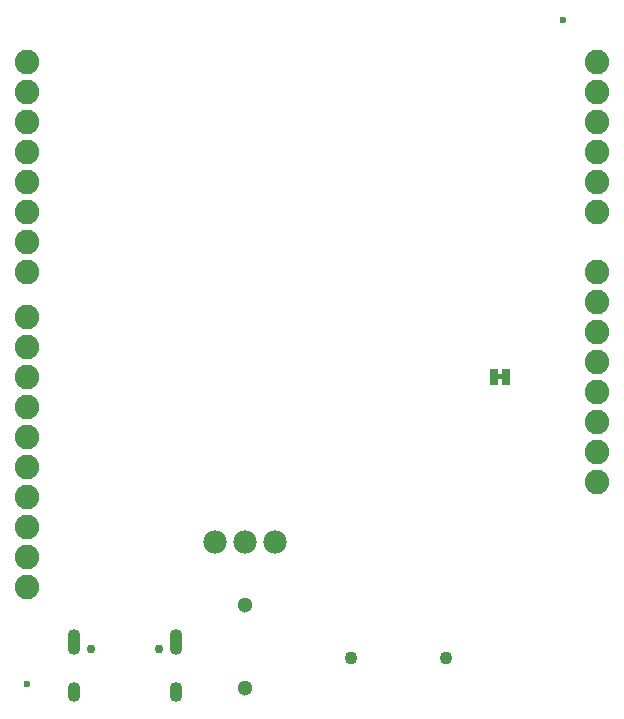
<source format=gbs>
%TF.GenerationSoftware,KiCad,Pcbnew,8.0.6*%
%TF.CreationDate,2024-11-21T20:47:19-07:00*%
%TF.ProjectId,SparkFun_Serial_MP3_Player_Shield_MY1690X,53706172-6b46-4756-9e5f-53657269616c,rev?*%
%TF.SameCoordinates,Original*%
%TF.FileFunction,Soldermask,Bot*%
%TF.FilePolarity,Negative*%
%FSLAX46Y46*%
G04 Gerber Fmt 4.6, Leading zero omitted, Abs format (unit mm)*
G04 Created by KiCad (PCBNEW 8.0.6) date 2024-11-21 20:47:19*
%MOMM*%
%LPD*%
G01*
G04 APERTURE LIST*
G04 Aperture macros list*
%AMRoundRect*
0 Rectangle with rounded corners*
0 $1 Rounding radius*
0 $2 $3 $4 $5 $6 $7 $8 $9 X,Y pos of 4 corners*
0 Add a 4 corners polygon primitive as box body*
4,1,4,$2,$3,$4,$5,$6,$7,$8,$9,$2,$3,0*
0 Add four circle primitives for the rounded corners*
1,1,$1+$1,$2,$3*
1,1,$1+$1,$4,$5*
1,1,$1+$1,$6,$7*
1,1,$1+$1,$8,$9*
0 Add four rect primitives between the rounded corners*
20,1,$1+$1,$2,$3,$4,$5,0*
20,1,$1+$1,$4,$5,$6,$7,0*
20,1,$1+$1,$6,$7,$8,$9,0*
20,1,$1+$1,$8,$9,$2,$3,0*%
G04 Aperture macros list end*
%ADD10C,0.000000*%
%ADD11C,1.979600*%
%ADD12C,2.082800*%
%ADD13C,1.300000*%
%ADD14C,1.100000*%
%ADD15O,1.100000X1.700000*%
%ADD16O,1.100000X2.200000*%
%ADD17C,0.750000*%
%ADD18C,0.600000*%
%ADD19RoundRect,0.050000X-0.330200X-0.635000X0.330200X-0.635000X0.330200X0.635000X-0.330200X0.635000X0*%
G04 APERTURE END LIST*
D10*
%TO.C,JP2*%
G36*
X42799000Y27699500D02*
G01*
X42291000Y27699500D01*
X42291000Y28180500D01*
X42799000Y28180500D01*
X42799000Y27699500D01*
G37*
%TD*%
D11*
%TO.C,J3*%
X18415000Y13970000D03*
X20955000Y13970000D03*
X23495000Y13970000D03*
%TD*%
D12*
%TO.C,B1*%
X50800000Y26670000D03*
X50800000Y29210000D03*
X50800000Y41910000D03*
X50800000Y44450000D03*
X50800000Y46990000D03*
X50800000Y49530000D03*
X2540000Y12700000D03*
X50800000Y52070000D03*
X2540000Y10160000D03*
X50800000Y54610000D03*
X2540000Y15240000D03*
X2540000Y54610000D03*
X2540000Y52070000D03*
X2540000Y49530000D03*
X2540000Y46990000D03*
X2540000Y44450000D03*
X2540000Y41910000D03*
X2540000Y39370000D03*
X2540000Y36830000D03*
X2540000Y33020000D03*
X2540000Y30480000D03*
X2540000Y27940000D03*
X2540000Y25400000D03*
X2540000Y22860000D03*
X2540000Y20320000D03*
X2540000Y17780000D03*
X50800000Y34290000D03*
X50800000Y31750000D03*
X50800000Y21590000D03*
X50800000Y19050000D03*
X50800000Y36830000D03*
X50800000Y24130000D03*
%TD*%
D13*
%TO.C,J1*%
X20955000Y1580000D03*
X20955000Y8580000D03*
%TD*%
D14*
%TO.C,J6*%
X29975000Y4127500D03*
X37975000Y4127500D03*
%TD*%
D15*
%TO.C,J4*%
X15113000Y1255000D03*
D16*
X15113000Y5435000D03*
X6477000Y5435000D03*
D15*
X6477000Y1255000D03*
D17*
X13685000Y4905000D03*
X7905000Y4905000D03*
%TD*%
D18*
%TO.C,FID2*%
X2540000Y1905000D03*
%TD*%
%TO.C,FID1*%
X47942500Y58102500D03*
%TD*%
D19*
%TO.C,JP2*%
X42024300Y27940000D03*
X43065700Y27940000D03*
%TD*%
M02*

</source>
